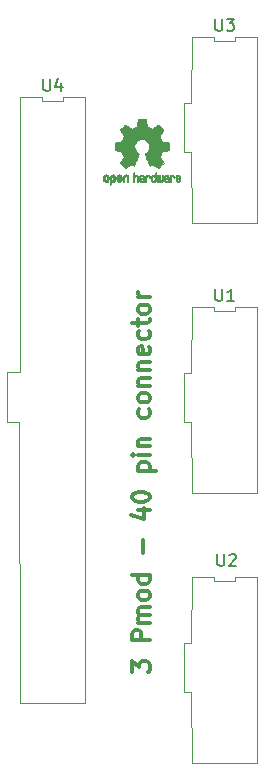
<source format=gbr>
%TF.GenerationSoftware,KiCad,Pcbnew,6.0.4-6f826c9f35~116~ubuntu20.04.1*%
%TF.CreationDate,2022-04-22T17:38:49+02:00*%
%TF.ProjectId,Pmod-Alinx,506d6f64-2d41-46c6-996e-782e6b696361,rev?*%
%TF.SameCoordinates,Original*%
%TF.FileFunction,Legend,Top*%
%TF.FilePolarity,Positive*%
%FSLAX46Y46*%
G04 Gerber Fmt 4.6, Leading zero omitted, Abs format (unit mm)*
G04 Created by KiCad (PCBNEW 6.0.4-6f826c9f35~116~ubuntu20.04.1) date 2022-04-22 17:38:49*
%MOMM*%
%LPD*%
G01*
G04 APERTURE LIST*
%ADD10C,0.300000*%
%ADD11C,0.150000*%
%ADD12C,0.120000*%
%ADD13C,0.010000*%
G04 APERTURE END LIST*
D10*
X122178571Y-109071428D02*
X122178571Y-108142857D01*
X122750000Y-108642857D01*
X122750000Y-108428571D01*
X122821428Y-108285714D01*
X122892857Y-108214285D01*
X123035714Y-108142857D01*
X123392857Y-108142857D01*
X123535714Y-108214285D01*
X123607142Y-108285714D01*
X123678571Y-108428571D01*
X123678571Y-108857142D01*
X123607142Y-109000000D01*
X123535714Y-109071428D01*
X123678571Y-106357142D02*
X122178571Y-106357142D01*
X122178571Y-105785714D01*
X122250000Y-105642857D01*
X122321428Y-105571428D01*
X122464285Y-105500000D01*
X122678571Y-105500000D01*
X122821428Y-105571428D01*
X122892857Y-105642857D01*
X122964285Y-105785714D01*
X122964285Y-106357142D01*
X123678571Y-104857142D02*
X122678571Y-104857142D01*
X122821428Y-104857142D02*
X122750000Y-104785714D01*
X122678571Y-104642857D01*
X122678571Y-104428571D01*
X122750000Y-104285714D01*
X122892857Y-104214285D01*
X123678571Y-104214285D01*
X122892857Y-104214285D02*
X122750000Y-104142857D01*
X122678571Y-104000000D01*
X122678571Y-103785714D01*
X122750000Y-103642857D01*
X122892857Y-103571428D01*
X123678571Y-103571428D01*
X123678571Y-102642857D02*
X123607142Y-102785714D01*
X123535714Y-102857142D01*
X123392857Y-102928571D01*
X122964285Y-102928571D01*
X122821428Y-102857142D01*
X122750000Y-102785714D01*
X122678571Y-102642857D01*
X122678571Y-102428571D01*
X122750000Y-102285714D01*
X122821428Y-102214285D01*
X122964285Y-102142857D01*
X123392857Y-102142857D01*
X123535714Y-102214285D01*
X123607142Y-102285714D01*
X123678571Y-102428571D01*
X123678571Y-102642857D01*
X123678571Y-100857142D02*
X122178571Y-100857142D01*
X123607142Y-100857142D02*
X123678571Y-101000000D01*
X123678571Y-101285714D01*
X123607142Y-101428571D01*
X123535714Y-101500000D01*
X123392857Y-101571428D01*
X122964285Y-101571428D01*
X122821428Y-101500000D01*
X122750000Y-101428571D01*
X122678571Y-101285714D01*
X122678571Y-101000000D01*
X122750000Y-100857142D01*
X123107142Y-99000000D02*
X123107142Y-97857142D01*
X122678571Y-95357142D02*
X123678571Y-95357142D01*
X122107142Y-95714285D02*
X123178571Y-96071428D01*
X123178571Y-95142857D01*
X122178571Y-94285714D02*
X122178571Y-94142857D01*
X122250000Y-94000000D01*
X122321428Y-93928571D01*
X122464285Y-93857142D01*
X122750000Y-93785714D01*
X123107142Y-93785714D01*
X123392857Y-93857142D01*
X123535714Y-93928571D01*
X123607142Y-94000000D01*
X123678571Y-94142857D01*
X123678571Y-94285714D01*
X123607142Y-94428571D01*
X123535714Y-94500000D01*
X123392857Y-94571428D01*
X123107142Y-94642857D01*
X122750000Y-94642857D01*
X122464285Y-94571428D01*
X122321428Y-94500000D01*
X122250000Y-94428571D01*
X122178571Y-94285714D01*
X122678571Y-92000000D02*
X124178571Y-92000000D01*
X122750000Y-92000000D02*
X122678571Y-91857142D01*
X122678571Y-91571428D01*
X122750000Y-91428571D01*
X122821428Y-91357142D01*
X122964285Y-91285714D01*
X123392857Y-91285714D01*
X123535714Y-91357142D01*
X123607142Y-91428571D01*
X123678571Y-91571428D01*
X123678571Y-91857142D01*
X123607142Y-92000000D01*
X123678571Y-90642857D02*
X122678571Y-90642857D01*
X122178571Y-90642857D02*
X122250000Y-90714285D01*
X122321428Y-90642857D01*
X122250000Y-90571428D01*
X122178571Y-90642857D01*
X122321428Y-90642857D01*
X122678571Y-89928571D02*
X123678571Y-89928571D01*
X122821428Y-89928571D02*
X122750000Y-89857142D01*
X122678571Y-89714285D01*
X122678571Y-89500000D01*
X122750000Y-89357142D01*
X122892857Y-89285714D01*
X123678571Y-89285714D01*
X123607142Y-86785714D02*
X123678571Y-86928571D01*
X123678571Y-87214285D01*
X123607142Y-87357142D01*
X123535714Y-87428571D01*
X123392857Y-87500000D01*
X122964285Y-87500000D01*
X122821428Y-87428571D01*
X122750000Y-87357142D01*
X122678571Y-87214285D01*
X122678571Y-86928571D01*
X122750000Y-86785714D01*
X123678571Y-85928571D02*
X123607142Y-86071428D01*
X123535714Y-86142857D01*
X123392857Y-86214285D01*
X122964285Y-86214285D01*
X122821428Y-86142857D01*
X122750000Y-86071428D01*
X122678571Y-85928571D01*
X122678571Y-85714285D01*
X122750000Y-85571428D01*
X122821428Y-85500000D01*
X122964285Y-85428571D01*
X123392857Y-85428571D01*
X123535714Y-85500000D01*
X123607142Y-85571428D01*
X123678571Y-85714285D01*
X123678571Y-85928571D01*
X122678571Y-84785714D02*
X123678571Y-84785714D01*
X122821428Y-84785714D02*
X122750000Y-84714285D01*
X122678571Y-84571428D01*
X122678571Y-84357142D01*
X122750000Y-84214285D01*
X122892857Y-84142857D01*
X123678571Y-84142857D01*
X122678571Y-83428571D02*
X123678571Y-83428571D01*
X122821428Y-83428571D02*
X122750000Y-83357142D01*
X122678571Y-83214285D01*
X122678571Y-83000000D01*
X122750000Y-82857142D01*
X122892857Y-82785714D01*
X123678571Y-82785714D01*
X123607142Y-81500000D02*
X123678571Y-81642857D01*
X123678571Y-81928571D01*
X123607142Y-82071428D01*
X123464285Y-82142857D01*
X122892857Y-82142857D01*
X122750000Y-82071428D01*
X122678571Y-81928571D01*
X122678571Y-81642857D01*
X122750000Y-81500000D01*
X122892857Y-81428571D01*
X123035714Y-81428571D01*
X123178571Y-82142857D01*
X123607142Y-80142857D02*
X123678571Y-80285714D01*
X123678571Y-80571428D01*
X123607142Y-80714285D01*
X123535714Y-80785714D01*
X123392857Y-80857142D01*
X122964285Y-80857142D01*
X122821428Y-80785714D01*
X122750000Y-80714285D01*
X122678571Y-80571428D01*
X122678571Y-80285714D01*
X122750000Y-80142857D01*
X122678571Y-79714285D02*
X122678571Y-79142857D01*
X122178571Y-79500000D02*
X123464285Y-79500000D01*
X123607142Y-79428571D01*
X123678571Y-79285714D01*
X123678571Y-79142857D01*
X123678571Y-78428571D02*
X123607142Y-78571428D01*
X123535714Y-78642857D01*
X123392857Y-78714285D01*
X122964285Y-78714285D01*
X122821428Y-78642857D01*
X122750000Y-78571428D01*
X122678571Y-78428571D01*
X122678571Y-78214285D01*
X122750000Y-78071428D01*
X122821428Y-78000000D01*
X122964285Y-77928571D01*
X123392857Y-77928571D01*
X123535714Y-78000000D01*
X123607142Y-78071428D01*
X123678571Y-78214285D01*
X123678571Y-78428571D01*
X123678571Y-77285714D02*
X122678571Y-77285714D01*
X122964285Y-77285714D02*
X122821428Y-77214285D01*
X122750000Y-77142857D01*
X122678571Y-77000000D01*
X122678571Y-76857142D01*
D11*
%TO.C,U1*%
X129238095Y-76602380D02*
X129238095Y-77411904D01*
X129285714Y-77507142D01*
X129333333Y-77554761D01*
X129428571Y-77602380D01*
X129619047Y-77602380D01*
X129714285Y-77554761D01*
X129761904Y-77507142D01*
X129809523Y-77411904D01*
X129809523Y-76602380D01*
X130809523Y-77602380D02*
X130238095Y-77602380D01*
X130523809Y-77602380D02*
X130523809Y-76602380D01*
X130428571Y-76745238D01*
X130333333Y-76840476D01*
X130238095Y-76888095D01*
%TO.C,U2*%
X129408095Y-99062380D02*
X129408095Y-99871904D01*
X129455714Y-99967142D01*
X129503333Y-100014761D01*
X129598571Y-100062380D01*
X129789047Y-100062380D01*
X129884285Y-100014761D01*
X129931904Y-99967142D01*
X129979523Y-99871904D01*
X129979523Y-99062380D01*
X130408095Y-99157619D02*
X130455714Y-99110000D01*
X130550952Y-99062380D01*
X130789047Y-99062380D01*
X130884285Y-99110000D01*
X130931904Y-99157619D01*
X130979523Y-99252857D01*
X130979523Y-99348095D01*
X130931904Y-99490952D01*
X130360476Y-100062380D01*
X130979523Y-100062380D01*
%TO.C,U4*%
X114678095Y-58822380D02*
X114678095Y-59631904D01*
X114725714Y-59727142D01*
X114773333Y-59774761D01*
X114868571Y-59822380D01*
X115059047Y-59822380D01*
X115154285Y-59774761D01*
X115201904Y-59727142D01*
X115249523Y-59631904D01*
X115249523Y-58822380D01*
X116154285Y-59155714D02*
X116154285Y-59822380D01*
X115916190Y-58774761D02*
X115678095Y-59489047D01*
X116297142Y-59489047D01*
%TO.C,U3*%
X129238095Y-53742380D02*
X129238095Y-54551904D01*
X129285714Y-54647142D01*
X129333333Y-54694761D01*
X129428571Y-54742380D01*
X129619047Y-54742380D01*
X129714285Y-54694761D01*
X129761904Y-54647142D01*
X129809523Y-54551904D01*
X129809523Y-53742380D01*
X130190476Y-53742380D02*
X130809523Y-53742380D01*
X130476190Y-54123333D01*
X130619047Y-54123333D01*
X130714285Y-54170952D01*
X130761904Y-54218571D01*
X130809523Y-54313809D01*
X130809523Y-54551904D01*
X130761904Y-54647142D01*
X130714285Y-54694761D01*
X130619047Y-54742380D01*
X130333333Y-54742380D01*
X130238095Y-54694761D01*
X130190476Y-54647142D01*
D12*
%TO.C,U1*%
X126600000Y-87850000D02*
X127200000Y-87850000D01*
X127200000Y-83700000D02*
X126600000Y-83700000D01*
X129076667Y-78150000D02*
X127230001Y-78150000D01*
X127200000Y-83650000D02*
X127230001Y-78150000D01*
X132770000Y-78150000D02*
X130923333Y-78150000D01*
X130923333Y-78510000D02*
X129076667Y-78510000D01*
X132769999Y-93850000D02*
X132770000Y-78150000D01*
X127200000Y-87850000D02*
X127230000Y-93850000D01*
X129076667Y-78510000D02*
X129076667Y-78150000D01*
X126600000Y-83700000D02*
X126600000Y-87850000D01*
X130923333Y-78150000D02*
X130923333Y-78510000D01*
X127230000Y-93850000D02*
X132769999Y-93850000D01*
%TO.C,U2*%
X126600000Y-110710000D02*
X127200000Y-110710000D01*
X127200000Y-106560000D02*
X126600000Y-106560000D01*
X132769999Y-116710000D02*
X132770000Y-101010000D01*
X130923333Y-101010000D02*
X130923333Y-101370000D01*
X127200000Y-106510000D02*
X127230001Y-101010000D01*
X132770000Y-101010000D02*
X130923333Y-101010000D01*
X129076667Y-101370000D02*
X129076667Y-101010000D01*
X127230000Y-116710000D02*
X132769999Y-116710000D01*
X127200000Y-110710000D02*
X127230000Y-116710000D01*
X129076667Y-101010000D02*
X127230001Y-101010000D01*
X130923333Y-101370000D02*
X129076667Y-101370000D01*
X126600000Y-106560000D02*
X126600000Y-110710000D01*
%TO.C,U4*%
X111590000Y-87850000D02*
X112640000Y-87850000D01*
X118210000Y-60370000D02*
X116363333Y-60370000D01*
X112640000Y-87850000D02*
X112670000Y-111630000D01*
X114516667Y-60370000D02*
X112670001Y-60370000D01*
X114516667Y-60730000D02*
X114516667Y-60370000D01*
X118209999Y-111630000D02*
X118210000Y-60370000D01*
X111590000Y-83650000D02*
X111590000Y-87850000D01*
X112690000Y-83650000D02*
X111590000Y-83650000D01*
X116363333Y-60730000D02*
X114516667Y-60730000D01*
X112670000Y-111630000D02*
X118209999Y-111630000D01*
X112670001Y-60370000D02*
X112690000Y-83650000D01*
X116363333Y-60370000D02*
X116363333Y-60730000D01*
%TO.C,U3*%
X129076667Y-55290000D02*
X127230001Y-55290000D01*
X132770000Y-55290000D02*
X130923333Y-55290000D01*
X127200000Y-60840000D02*
X126600000Y-60840000D01*
X132769999Y-70990000D02*
X132770000Y-55290000D01*
X127200000Y-60790000D02*
X127230001Y-55290000D01*
X126600000Y-64990000D02*
X127200000Y-64990000D01*
X127230000Y-70990000D02*
X132769999Y-70990000D01*
X126600000Y-60840000D02*
X126600000Y-64990000D01*
X130923333Y-55650000D02*
X129076667Y-55650000D01*
X130923333Y-55290000D02*
X130923333Y-55650000D01*
X129076667Y-55650000D02*
X129076667Y-55290000D01*
X127200000Y-64990000D02*
X127230000Y-70990000D01*
%TO.C,REF\u002A\u002A*%
G36*
X125868196Y-67095384D02*
G01*
X125881884Y-67046695D01*
X125904096Y-67010849D01*
X125936574Y-66982513D01*
X125950733Y-66973355D01*
X126015053Y-66949507D01*
X126085473Y-66948006D01*
X126153595Y-66966966D01*
X126211021Y-67004497D01*
X126238719Y-67038096D01*
X126260662Y-67099064D01*
X126262405Y-67147308D01*
X126258457Y-67211816D01*
X126109686Y-67276934D01*
X126037349Y-67310202D01*
X125990084Y-67336964D01*
X125965507Y-67360144D01*
X125961237Y-67382667D01*
X125974889Y-67407455D01*
X125989943Y-67423886D01*
X126033746Y-67450235D01*
X126081389Y-67452081D01*
X126125145Y-67431546D01*
X126157289Y-67390752D01*
X126163038Y-67376347D01*
X126190576Y-67331356D01*
X126222258Y-67312182D01*
X126265714Y-67295779D01*
X126265714Y-67357966D01*
X126261872Y-67400283D01*
X126246823Y-67435969D01*
X126215280Y-67476943D01*
X126210592Y-67482267D01*
X126175506Y-67518720D01*
X126145347Y-67538283D01*
X126107615Y-67547283D01*
X126076335Y-67550230D01*
X126020385Y-67550965D01*
X125980555Y-67541660D01*
X125955708Y-67527846D01*
X125916656Y-67497467D01*
X125889625Y-67464613D01*
X125872517Y-67423294D01*
X125863238Y-67367521D01*
X125859693Y-67291305D01*
X125859410Y-67252622D01*
X125860372Y-67206247D01*
X125948007Y-67206247D01*
X125949023Y-67231126D01*
X125951556Y-67235200D01*
X125968274Y-67229665D01*
X126004249Y-67215017D01*
X126052331Y-67194190D01*
X126062386Y-67189714D01*
X126123152Y-67158814D01*
X126156632Y-67131657D01*
X126163990Y-67106220D01*
X126146391Y-67080481D01*
X126131856Y-67069109D01*
X126079410Y-67046364D01*
X126030322Y-67050122D01*
X125989227Y-67077884D01*
X125960758Y-67127152D01*
X125951631Y-67166257D01*
X125948007Y-67206247D01*
X125860372Y-67206247D01*
X125861285Y-67162249D01*
X125868196Y-67095384D01*
G37*
D13*
X125868196Y-67095384D02*
X125881884Y-67046695D01*
X125904096Y-67010849D01*
X125936574Y-66982513D01*
X125950733Y-66973355D01*
X126015053Y-66949507D01*
X126085473Y-66948006D01*
X126153595Y-66966966D01*
X126211021Y-67004497D01*
X126238719Y-67038096D01*
X126260662Y-67099064D01*
X126262405Y-67147308D01*
X126258457Y-67211816D01*
X126109686Y-67276934D01*
X126037349Y-67310202D01*
X125990084Y-67336964D01*
X125965507Y-67360144D01*
X125961237Y-67382667D01*
X125974889Y-67407455D01*
X125989943Y-67423886D01*
X126033746Y-67450235D01*
X126081389Y-67452081D01*
X126125145Y-67431546D01*
X126157289Y-67390752D01*
X126163038Y-67376347D01*
X126190576Y-67331356D01*
X126222258Y-67312182D01*
X126265714Y-67295779D01*
X126265714Y-67357966D01*
X126261872Y-67400283D01*
X126246823Y-67435969D01*
X126215280Y-67476943D01*
X126210592Y-67482267D01*
X126175506Y-67518720D01*
X126145347Y-67538283D01*
X126107615Y-67547283D01*
X126076335Y-67550230D01*
X126020385Y-67550965D01*
X125980555Y-67541660D01*
X125955708Y-67527846D01*
X125916656Y-67497467D01*
X125889625Y-67464613D01*
X125872517Y-67423294D01*
X125863238Y-67367521D01*
X125859693Y-67291305D01*
X125859410Y-67252622D01*
X125860372Y-67206247D01*
X125948007Y-67206247D01*
X125949023Y-67231126D01*
X125951556Y-67235200D01*
X125968274Y-67229665D01*
X126004249Y-67215017D01*
X126052331Y-67194190D01*
X126062386Y-67189714D01*
X126123152Y-67158814D01*
X126156632Y-67131657D01*
X126163990Y-67106220D01*
X126146391Y-67080481D01*
X126131856Y-67069109D01*
X126079410Y-67046364D01*
X126030322Y-67050122D01*
X125989227Y-67077884D01*
X125960758Y-67127152D01*
X125951631Y-67166257D01*
X125948007Y-67206247D01*
X125860372Y-67206247D01*
X125861285Y-67162249D01*
X125868196Y-67095384D01*
G36*
X122375886Y-66851289D02*
G01*
X122380139Y-66910613D01*
X122385025Y-66945572D01*
X122391795Y-66960820D01*
X122401702Y-66961015D01*
X122404914Y-66959195D01*
X122447644Y-66946015D01*
X122503227Y-66946785D01*
X122559737Y-66960333D01*
X122595082Y-66977861D01*
X122631321Y-67005861D01*
X122657813Y-67037549D01*
X122675999Y-67077813D01*
X122687322Y-67131543D01*
X122693222Y-67203626D01*
X122695143Y-67298951D01*
X122695177Y-67317237D01*
X122695200Y-67522646D01*
X122649491Y-67538580D01*
X122617027Y-67549420D01*
X122599215Y-67554468D01*
X122598691Y-67554514D01*
X122596937Y-67540828D01*
X122595444Y-67503076D01*
X122594326Y-67446224D01*
X122593697Y-67375234D01*
X122593600Y-67332073D01*
X122593398Y-67246973D01*
X122592358Y-67185981D01*
X122589831Y-67144177D01*
X122585164Y-67116642D01*
X122577707Y-67098456D01*
X122566811Y-67084698D01*
X122560007Y-67078073D01*
X122513272Y-67051375D01*
X122462272Y-67049375D01*
X122416001Y-67071955D01*
X122407444Y-67080107D01*
X122394893Y-67095436D01*
X122386188Y-67113618D01*
X122380631Y-67139909D01*
X122377526Y-67179562D01*
X122376176Y-67237832D01*
X122375886Y-67318173D01*
X122375886Y-67522646D01*
X122330177Y-67538580D01*
X122297713Y-67549420D01*
X122279901Y-67554468D01*
X122279377Y-67554514D01*
X122278037Y-67540623D01*
X122276828Y-67501439D01*
X122275801Y-67440700D01*
X122275002Y-67362141D01*
X122274481Y-67269498D01*
X122274286Y-67166509D01*
X122274286Y-66769342D01*
X122321457Y-66749444D01*
X122368629Y-66729547D01*
X122375886Y-66851289D01*
G37*
X122375886Y-66851289D02*
X122380139Y-66910613D01*
X122385025Y-66945572D01*
X122391795Y-66960820D01*
X122401702Y-66961015D01*
X122404914Y-66959195D01*
X122447644Y-66946015D01*
X122503227Y-66946785D01*
X122559737Y-66960333D01*
X122595082Y-66977861D01*
X122631321Y-67005861D01*
X122657813Y-67037549D01*
X122675999Y-67077813D01*
X122687322Y-67131543D01*
X122693222Y-67203626D01*
X122695143Y-67298951D01*
X122695177Y-67317237D01*
X122695200Y-67522646D01*
X122649491Y-67538580D01*
X122617027Y-67549420D01*
X122599215Y-67554468D01*
X122598691Y-67554514D01*
X122596937Y-67540828D01*
X122595444Y-67503076D01*
X122594326Y-67446224D01*
X122593697Y-67375234D01*
X122593600Y-67332073D01*
X122593398Y-67246973D01*
X122592358Y-67185981D01*
X122589831Y-67144177D01*
X122585164Y-67116642D01*
X122577707Y-67098456D01*
X122566811Y-67084698D01*
X122560007Y-67078073D01*
X122513272Y-67051375D01*
X122462272Y-67049375D01*
X122416001Y-67071955D01*
X122407444Y-67080107D01*
X122394893Y-67095436D01*
X122386188Y-67113618D01*
X122380631Y-67139909D01*
X122377526Y-67179562D01*
X122376176Y-67237832D01*
X122375886Y-67318173D01*
X122375886Y-67522646D01*
X122330177Y-67538580D01*
X122297713Y-67549420D01*
X122279901Y-67554468D01*
X122279377Y-67554514D01*
X122278037Y-67540623D01*
X122276828Y-67501439D01*
X122275801Y-67440700D01*
X122275002Y-67362141D01*
X122274481Y-67269498D01*
X122274286Y-67166509D01*
X122274286Y-66769342D01*
X122321457Y-66749444D01*
X122368629Y-66729547D01*
X122375886Y-66851289D01*
G36*
X120871550Y-67036212D02*
G01*
X120905456Y-66987302D01*
X120966653Y-66937878D01*
X121034063Y-66913359D01*
X121102880Y-66911797D01*
X121168303Y-66931239D01*
X121225527Y-66969735D01*
X121269749Y-67025335D01*
X121296167Y-67096086D01*
X121301510Y-67148162D01*
X121300903Y-67169893D01*
X121295822Y-67186531D01*
X121281855Y-67201437D01*
X121254589Y-67217973D01*
X121209612Y-67239498D01*
X121142511Y-67269374D01*
X121142171Y-67269524D01*
X121080407Y-67297813D01*
X121029759Y-67322933D01*
X120995404Y-67342179D01*
X120982518Y-67352848D01*
X120982514Y-67352934D01*
X120993872Y-67376166D01*
X121020431Y-67401774D01*
X121050923Y-67420221D01*
X121066370Y-67423886D01*
X121108515Y-67411212D01*
X121144808Y-67379471D01*
X121162517Y-67344572D01*
X121179552Y-67318845D01*
X121212922Y-67289546D01*
X121252149Y-67264235D01*
X121286756Y-67250471D01*
X121293993Y-67249714D01*
X121302139Y-67262160D01*
X121302630Y-67293972D01*
X121296643Y-67336866D01*
X121285357Y-67382558D01*
X121269950Y-67422761D01*
X121269171Y-67424322D01*
X121222804Y-67489062D01*
X121162711Y-67533097D01*
X121094465Y-67554711D01*
X121023638Y-67552185D01*
X120955804Y-67523804D01*
X120952788Y-67521808D01*
X120899427Y-67473448D01*
X120864340Y-67410352D01*
X120844922Y-67327387D01*
X120842316Y-67304078D01*
X120837701Y-67194055D01*
X120843233Y-67142748D01*
X120982514Y-67142748D01*
X120984324Y-67174753D01*
X120994222Y-67184093D01*
X121018898Y-67177105D01*
X121057795Y-67160587D01*
X121101275Y-67139881D01*
X121102356Y-67139333D01*
X121139209Y-67119949D01*
X121154000Y-67107013D01*
X121150353Y-67093451D01*
X121134995Y-67075632D01*
X121095923Y-67049845D01*
X121053846Y-67047950D01*
X121016103Y-67066717D01*
X120990034Y-67102915D01*
X120982514Y-67142748D01*
X120843233Y-67142748D01*
X120847194Y-67106027D01*
X120871550Y-67036212D01*
G37*
X120871550Y-67036212D02*
X120905456Y-66987302D01*
X120966653Y-66937878D01*
X121034063Y-66913359D01*
X121102880Y-66911797D01*
X121168303Y-66931239D01*
X121225527Y-66969735D01*
X121269749Y-67025335D01*
X121296167Y-67096086D01*
X121301510Y-67148162D01*
X121300903Y-67169893D01*
X121295822Y-67186531D01*
X121281855Y-67201437D01*
X121254589Y-67217973D01*
X121209612Y-67239498D01*
X121142511Y-67269374D01*
X121142171Y-67269524D01*
X121080407Y-67297813D01*
X121029759Y-67322933D01*
X120995404Y-67342179D01*
X120982518Y-67352848D01*
X120982514Y-67352934D01*
X120993872Y-67376166D01*
X121020431Y-67401774D01*
X121050923Y-67420221D01*
X121066370Y-67423886D01*
X121108515Y-67411212D01*
X121144808Y-67379471D01*
X121162517Y-67344572D01*
X121179552Y-67318845D01*
X121212922Y-67289546D01*
X121252149Y-67264235D01*
X121286756Y-67250471D01*
X121293993Y-67249714D01*
X121302139Y-67262160D01*
X121302630Y-67293972D01*
X121296643Y-67336866D01*
X121285357Y-67382558D01*
X121269950Y-67422761D01*
X121269171Y-67424322D01*
X121222804Y-67489062D01*
X121162711Y-67533097D01*
X121094465Y-67554711D01*
X121023638Y-67552185D01*
X120955804Y-67523804D01*
X120952788Y-67521808D01*
X120899427Y-67473448D01*
X120864340Y-67410352D01*
X120844922Y-67327387D01*
X120842316Y-67304078D01*
X120837701Y-67194055D01*
X120843233Y-67142748D01*
X120982514Y-67142748D01*
X120984324Y-67174753D01*
X120994222Y-67184093D01*
X121018898Y-67177105D01*
X121057795Y-67160587D01*
X121101275Y-67139881D01*
X121102356Y-67139333D01*
X121139209Y-67119949D01*
X121154000Y-67107013D01*
X121150353Y-67093451D01*
X121134995Y-67075632D01*
X121095923Y-67049845D01*
X121053846Y-67047950D01*
X121016103Y-67066717D01*
X120990034Y-67102915D01*
X120982514Y-67142748D01*
X120843233Y-67142748D01*
X120847194Y-67106027D01*
X120871550Y-67036212D01*
G36*
X121716093Y-66927780D02*
G01*
X121762672Y-66954723D01*
X121795057Y-66981466D01*
X121818742Y-67009484D01*
X121835059Y-67043748D01*
X121845339Y-67089227D01*
X121850914Y-67150892D01*
X121853116Y-67233711D01*
X121853371Y-67293246D01*
X121853371Y-67512391D01*
X121791686Y-67540044D01*
X121730000Y-67567697D01*
X121722743Y-67327670D01*
X121719744Y-67238028D01*
X121716598Y-67172962D01*
X121712701Y-67128026D01*
X121707447Y-67098770D01*
X121700231Y-67080748D01*
X121690450Y-67069511D01*
X121687312Y-67067079D01*
X121639761Y-67048083D01*
X121591697Y-67055600D01*
X121563086Y-67075543D01*
X121551447Y-67089675D01*
X121543391Y-67108220D01*
X121538271Y-67136334D01*
X121535441Y-67179173D01*
X121534256Y-67241895D01*
X121534057Y-67307261D01*
X121534018Y-67389268D01*
X121532614Y-67447316D01*
X121527914Y-67486465D01*
X121517987Y-67511780D01*
X121500903Y-67528323D01*
X121474732Y-67541156D01*
X121439775Y-67554491D01*
X121401596Y-67569007D01*
X121406141Y-67311389D01*
X121407971Y-67218519D01*
X121410112Y-67149889D01*
X121413181Y-67100711D01*
X121417794Y-67066198D01*
X121424568Y-67041562D01*
X121434119Y-67022016D01*
X121445634Y-67004770D01*
X121501190Y-66949680D01*
X121568980Y-66917822D01*
X121642713Y-66910191D01*
X121716093Y-66927780D01*
G37*
X121716093Y-66927780D02*
X121762672Y-66954723D01*
X121795057Y-66981466D01*
X121818742Y-67009484D01*
X121835059Y-67043748D01*
X121845339Y-67089227D01*
X121850914Y-67150892D01*
X121853116Y-67233711D01*
X121853371Y-67293246D01*
X121853371Y-67512391D01*
X121791686Y-67540044D01*
X121730000Y-67567697D01*
X121722743Y-67327670D01*
X121719744Y-67238028D01*
X121716598Y-67172962D01*
X121712701Y-67128026D01*
X121707447Y-67098770D01*
X121700231Y-67080748D01*
X121690450Y-67069511D01*
X121687312Y-67067079D01*
X121639761Y-67048083D01*
X121591697Y-67055600D01*
X121563086Y-67075543D01*
X121551447Y-67089675D01*
X121543391Y-67108220D01*
X121538271Y-67136334D01*
X121535441Y-67179173D01*
X121534256Y-67241895D01*
X121534057Y-67307261D01*
X121534018Y-67389268D01*
X121532614Y-67447316D01*
X121527914Y-67486465D01*
X121517987Y-67511780D01*
X121500903Y-67528323D01*
X121474732Y-67541156D01*
X121439775Y-67554491D01*
X121401596Y-67569007D01*
X121406141Y-67311389D01*
X121407971Y-67218519D01*
X121410112Y-67149889D01*
X121413181Y-67100711D01*
X121417794Y-67066198D01*
X121424568Y-67041562D01*
X121434119Y-67022016D01*
X121445634Y-67004770D01*
X121501190Y-66949680D01*
X121568980Y-66917822D01*
X121642713Y-66910191D01*
X121716093Y-66927780D01*
G36*
X119737096Y-67108159D02*
G01*
X119742068Y-67071949D01*
X119750713Y-67045299D01*
X119764005Y-67021722D01*
X119766943Y-67017338D01*
X119816313Y-66958249D01*
X119870109Y-66923947D01*
X119935602Y-66910331D01*
X119957842Y-66909665D01*
X120041115Y-66921962D01*
X120109145Y-66957733D01*
X120159351Y-67015301D01*
X120177185Y-67052312D01*
X120191063Y-67107882D01*
X120198167Y-67178096D01*
X120198840Y-67254727D01*
X120193427Y-67329552D01*
X120182270Y-67394342D01*
X120165714Y-67440873D01*
X120160626Y-67448887D01*
X120100355Y-67508707D01*
X120028769Y-67544535D01*
X119951092Y-67555020D01*
X119872548Y-67538810D01*
X119850689Y-67529092D01*
X119808122Y-67499143D01*
X119770763Y-67459433D01*
X119767232Y-67454397D01*
X119752881Y-67430124D01*
X119743394Y-67404178D01*
X119737790Y-67370022D01*
X119735086Y-67321119D01*
X119734299Y-67250935D01*
X119734286Y-67235200D01*
X119734322Y-67230192D01*
X119879429Y-67230192D01*
X119880273Y-67296430D01*
X119883596Y-67340386D01*
X119890583Y-67368779D01*
X119902416Y-67388325D01*
X119908457Y-67394857D01*
X119943186Y-67419680D01*
X119976903Y-67418548D01*
X120010995Y-67397016D01*
X120031329Y-67374029D01*
X120043371Y-67340478D01*
X120050134Y-67287569D01*
X120050598Y-67281399D01*
X120051752Y-67185513D01*
X120039688Y-67114299D01*
X120014570Y-67068194D01*
X119976560Y-67047635D01*
X119962992Y-67046514D01*
X119927364Y-67052152D01*
X119902994Y-67071686D01*
X119888093Y-67109042D01*
X119880875Y-67168150D01*
X119879429Y-67230192D01*
X119734322Y-67230192D01*
X119734826Y-67160413D01*
X119737096Y-67108159D01*
G37*
X119737096Y-67108159D02*
X119742068Y-67071949D01*
X119750713Y-67045299D01*
X119764005Y-67021722D01*
X119766943Y-67017338D01*
X119816313Y-66958249D01*
X119870109Y-66923947D01*
X119935602Y-66910331D01*
X119957842Y-66909665D01*
X120041115Y-66921962D01*
X120109145Y-66957733D01*
X120159351Y-67015301D01*
X120177185Y-67052312D01*
X120191063Y-67107882D01*
X120198167Y-67178096D01*
X120198840Y-67254727D01*
X120193427Y-67329552D01*
X120182270Y-67394342D01*
X120165714Y-67440873D01*
X120160626Y-67448887D01*
X120100355Y-67508707D01*
X120028769Y-67544535D01*
X119951092Y-67555020D01*
X119872548Y-67538810D01*
X119850689Y-67529092D01*
X119808122Y-67499143D01*
X119770763Y-67459433D01*
X119767232Y-67454397D01*
X119752881Y-67430124D01*
X119743394Y-67404178D01*
X119737790Y-67370022D01*
X119735086Y-67321119D01*
X119734299Y-67250935D01*
X119734286Y-67235200D01*
X119734322Y-67230192D01*
X119879429Y-67230192D01*
X119880273Y-67296430D01*
X119883596Y-67340386D01*
X119890583Y-67368779D01*
X119902416Y-67388325D01*
X119908457Y-67394857D01*
X119943186Y-67419680D01*
X119976903Y-67418548D01*
X120010995Y-67397016D01*
X120031329Y-67374029D01*
X120043371Y-67340478D01*
X120050134Y-67287569D01*
X120050598Y-67281399D01*
X120051752Y-67185513D01*
X120039688Y-67114299D01*
X120014570Y-67068194D01*
X119976560Y-67047635D01*
X119962992Y-67046514D01*
X119927364Y-67052152D01*
X119902994Y-67071686D01*
X119888093Y-67109042D01*
X119880875Y-67168150D01*
X119879429Y-67230192D01*
X119734322Y-67230192D01*
X119734826Y-67160413D01*
X119737096Y-67108159D01*
G36*
X124779833Y-66958663D02*
G01*
X124782048Y-66996850D01*
X124783784Y-67054886D01*
X124784899Y-67128180D01*
X124785257Y-67205055D01*
X124785257Y-67465196D01*
X124739326Y-67511127D01*
X124707675Y-67539429D01*
X124679890Y-67550893D01*
X124641915Y-67550168D01*
X124626840Y-67548321D01*
X124579726Y-67542948D01*
X124540756Y-67539869D01*
X124531257Y-67539585D01*
X124499233Y-67541445D01*
X124453432Y-67546114D01*
X124435674Y-67548321D01*
X124392057Y-67551735D01*
X124362745Y-67544320D01*
X124333680Y-67521427D01*
X124323188Y-67511127D01*
X124277257Y-67465196D01*
X124277257Y-66978602D01*
X124314226Y-66961758D01*
X124346059Y-66949282D01*
X124364683Y-66944914D01*
X124369458Y-66958718D01*
X124373921Y-66997286D01*
X124377775Y-67056356D01*
X124380722Y-67131663D01*
X124382143Y-67195286D01*
X124386114Y-67445657D01*
X124420759Y-67450556D01*
X124452268Y-67447131D01*
X124467708Y-67436041D01*
X124472023Y-67415308D01*
X124475708Y-67371145D01*
X124478469Y-67309146D01*
X124480012Y-67234909D01*
X124480235Y-67196706D01*
X124480457Y-66976783D01*
X124526166Y-66960849D01*
X124558518Y-66950015D01*
X124576115Y-66944962D01*
X124576623Y-66944914D01*
X124578388Y-66958648D01*
X124580329Y-66996730D01*
X124582282Y-67054482D01*
X124584084Y-67127227D01*
X124585343Y-67195286D01*
X124589314Y-67445657D01*
X124676400Y-67445657D01*
X124680396Y-67217240D01*
X124684392Y-66988822D01*
X124726847Y-66966868D01*
X124758192Y-66951793D01*
X124776744Y-66944951D01*
X124777279Y-66944914D01*
X124779833Y-66958663D01*
G37*
X124779833Y-66958663D02*
X124782048Y-66996850D01*
X124783784Y-67054886D01*
X124784899Y-67128180D01*
X124785257Y-67205055D01*
X124785257Y-67465196D01*
X124739326Y-67511127D01*
X124707675Y-67539429D01*
X124679890Y-67550893D01*
X124641915Y-67550168D01*
X124626840Y-67548321D01*
X124579726Y-67542948D01*
X124540756Y-67539869D01*
X124531257Y-67539585D01*
X124499233Y-67541445D01*
X124453432Y-67546114D01*
X124435674Y-67548321D01*
X124392057Y-67551735D01*
X124362745Y-67544320D01*
X124333680Y-67521427D01*
X124323188Y-67511127D01*
X124277257Y-67465196D01*
X124277257Y-66978602D01*
X124314226Y-66961758D01*
X124346059Y-66949282D01*
X124364683Y-66944914D01*
X124369458Y-66958718D01*
X124373921Y-66997286D01*
X124377775Y-67056356D01*
X124380722Y-67131663D01*
X124382143Y-67195286D01*
X124386114Y-67445657D01*
X124420759Y-67450556D01*
X124452268Y-67447131D01*
X124467708Y-67436041D01*
X124472023Y-67415308D01*
X124475708Y-67371145D01*
X124478469Y-67309146D01*
X124480012Y-67234909D01*
X124480235Y-67196706D01*
X124480457Y-66976783D01*
X124526166Y-66960849D01*
X124558518Y-66950015D01*
X124576115Y-66944962D01*
X124576623Y-66944914D01*
X124578388Y-66958648D01*
X124580329Y-66996730D01*
X124582282Y-67054482D01*
X124584084Y-67127227D01*
X124585343Y-67195286D01*
X124589314Y-67445657D01*
X124676400Y-67445657D01*
X124680396Y-67217240D01*
X124684392Y-66988822D01*
X124726847Y-66966868D01*
X124758192Y-66951793D01*
X124776744Y-66944951D01*
X124777279Y-66944914D01*
X124779833Y-66958663D01*
G36*
X120293677Y-67150333D02*
G01*
X120296450Y-67102958D01*
X120300388Y-67069290D01*
X120305849Y-67045498D01*
X120313192Y-67027753D01*
X120322777Y-67012224D01*
X120326887Y-67006381D01*
X120381405Y-66951185D01*
X120450336Y-66919890D01*
X120530072Y-66911165D01*
X120599744Y-66919918D01*
X120655201Y-66947568D01*
X120704148Y-66998480D01*
X120717629Y-67017338D01*
X120732314Y-67042015D01*
X120741842Y-67068816D01*
X120747293Y-67104587D01*
X120749747Y-67156169D01*
X120750286Y-67224267D01*
X120747852Y-67317588D01*
X120739394Y-67387657D01*
X120723174Y-67439931D01*
X120697454Y-67479869D01*
X120660497Y-67512929D01*
X120657782Y-67514886D01*
X120621360Y-67534908D01*
X120577502Y-67544815D01*
X120521724Y-67547257D01*
X120431048Y-67547257D01*
X120431010Y-67635283D01*
X120430166Y-67684308D01*
X120425024Y-67713065D01*
X120411587Y-67730311D01*
X120385858Y-67744808D01*
X120379679Y-67747769D01*
X120350764Y-67761648D01*
X120328376Y-67770414D01*
X120311729Y-67771171D01*
X120300036Y-67761023D01*
X120292510Y-67737073D01*
X120288366Y-67696426D01*
X120286815Y-67636186D01*
X120287071Y-67553455D01*
X120288349Y-67445339D01*
X120288748Y-67413000D01*
X120290185Y-67301524D01*
X120291472Y-67228603D01*
X120430971Y-67228603D01*
X120431755Y-67290499D01*
X120435240Y-67330997D01*
X120443124Y-67357708D01*
X120457105Y-67378244D01*
X120466597Y-67388260D01*
X120505404Y-67417567D01*
X120539763Y-67419952D01*
X120575216Y-67395750D01*
X120576114Y-67394857D01*
X120590539Y-67376153D01*
X120599313Y-67350732D01*
X120603739Y-67311584D01*
X120605118Y-67251697D01*
X120605143Y-67238430D01*
X120601812Y-67155901D01*
X120590969Y-67098691D01*
X120571340Y-67063766D01*
X120541650Y-67048094D01*
X120524491Y-67046514D01*
X120483766Y-67053926D01*
X120455832Y-67078330D01*
X120439017Y-67122980D01*
X120431650Y-67191130D01*
X120430971Y-67228603D01*
X120291472Y-67228603D01*
X120291708Y-67215245D01*
X120293677Y-67150333D01*
G37*
X120293677Y-67150333D02*
X120296450Y-67102958D01*
X120300388Y-67069290D01*
X120305849Y-67045498D01*
X120313192Y-67027753D01*
X120322777Y-67012224D01*
X120326887Y-67006381D01*
X120381405Y-66951185D01*
X120450336Y-66919890D01*
X120530072Y-66911165D01*
X120599744Y-66919918D01*
X120655201Y-66947568D01*
X120704148Y-66998480D01*
X120717629Y-67017338D01*
X120732314Y-67042015D01*
X120741842Y-67068816D01*
X120747293Y-67104587D01*
X120749747Y-67156169D01*
X120750286Y-67224267D01*
X120747852Y-67317588D01*
X120739394Y-67387657D01*
X120723174Y-67439931D01*
X120697454Y-67479869D01*
X120660497Y-67512929D01*
X120657782Y-67514886D01*
X120621360Y-67534908D01*
X120577502Y-67544815D01*
X120521724Y-67547257D01*
X120431048Y-67547257D01*
X120431010Y-67635283D01*
X120430166Y-67684308D01*
X120425024Y-67713065D01*
X120411587Y-67730311D01*
X120385858Y-67744808D01*
X120379679Y-67747769D01*
X120350764Y-67761648D01*
X120328376Y-67770414D01*
X120311729Y-67771171D01*
X120300036Y-67761023D01*
X120292510Y-67737073D01*
X120288366Y-67696426D01*
X120286815Y-67636186D01*
X120287071Y-67553455D01*
X120288349Y-67445339D01*
X120288748Y-67413000D01*
X120290185Y-67301524D01*
X120291472Y-67228603D01*
X120430971Y-67228603D01*
X120431755Y-67290499D01*
X120435240Y-67330997D01*
X120443124Y-67357708D01*
X120457105Y-67378244D01*
X120466597Y-67388260D01*
X120505404Y-67417567D01*
X120539763Y-67419952D01*
X120575216Y-67395750D01*
X120576114Y-67394857D01*
X120590539Y-67376153D01*
X120599313Y-67350732D01*
X120603739Y-67311584D01*
X120605118Y-67251697D01*
X120605143Y-67238430D01*
X120601812Y-67155901D01*
X120590969Y-67098691D01*
X120571340Y-67063766D01*
X120541650Y-67048094D01*
X120524491Y-67046514D01*
X120483766Y-67053926D01*
X120455832Y-67078330D01*
X120439017Y-67122980D01*
X120431650Y-67191130D01*
X120430971Y-67228603D01*
X120291472Y-67228603D01*
X120291708Y-67215245D01*
X120293677Y-67150333D01*
G36*
X123784726Y-67090086D02*
G01*
X123807135Y-67038600D01*
X123842124Y-66998443D01*
X123869375Y-66977861D01*
X123918907Y-66955625D01*
X123976316Y-66945304D01*
X124029682Y-66948067D01*
X124059543Y-66959212D01*
X124071261Y-66962383D01*
X124079037Y-66950557D01*
X124084465Y-66918866D01*
X124088571Y-66870593D01*
X124093067Y-66816829D01*
X124099313Y-66784482D01*
X124110676Y-66765985D01*
X124130528Y-66753770D01*
X124143000Y-66748362D01*
X124190171Y-66728601D01*
X124190117Y-67065358D01*
X124189933Y-67173837D01*
X124189219Y-67257287D01*
X124187675Y-67319704D01*
X124185001Y-67365085D01*
X124180894Y-67397429D01*
X124175055Y-67420733D01*
X124167182Y-67438995D01*
X124161221Y-67449418D01*
X124111855Y-67505945D01*
X124049264Y-67541377D01*
X123980013Y-67554090D01*
X123910668Y-67542463D01*
X123869375Y-67521568D01*
X123826025Y-67485422D01*
X123796481Y-67441276D01*
X123778655Y-67383462D01*
X123770463Y-67306313D01*
X123769302Y-67249714D01*
X123769458Y-67245647D01*
X123870857Y-67245647D01*
X123871476Y-67310550D01*
X123874314Y-67353514D01*
X123880840Y-67381622D01*
X123892523Y-67401953D01*
X123906483Y-67417288D01*
X123953365Y-67446890D01*
X124003701Y-67449419D01*
X124051276Y-67424705D01*
X124054979Y-67421356D01*
X124070783Y-67403935D01*
X124080693Y-67383209D01*
X124086058Y-67352362D01*
X124088228Y-67304577D01*
X124088571Y-67251748D01*
X124087827Y-67185381D01*
X124084748Y-67141106D01*
X124078061Y-67112009D01*
X124066496Y-67091173D01*
X124057013Y-67080107D01*
X124012960Y-67052198D01*
X123962224Y-67048843D01*
X123913796Y-67070159D01*
X123904450Y-67078073D01*
X123888540Y-67095647D01*
X123878610Y-67116587D01*
X123873278Y-67147782D01*
X123871163Y-67196122D01*
X123870857Y-67245647D01*
X123769458Y-67245647D01*
X123772810Y-67158568D01*
X123784726Y-67090086D01*
G37*
X123784726Y-67090086D02*
X123807135Y-67038600D01*
X123842124Y-66998443D01*
X123869375Y-66977861D01*
X123918907Y-66955625D01*
X123976316Y-66945304D01*
X124029682Y-66948067D01*
X124059543Y-66959212D01*
X124071261Y-66962383D01*
X124079037Y-66950557D01*
X124084465Y-66918866D01*
X124088571Y-66870593D01*
X124093067Y-66816829D01*
X124099313Y-66784482D01*
X124110676Y-66765985D01*
X124130528Y-66753770D01*
X124143000Y-66748362D01*
X124190171Y-66728601D01*
X124190117Y-67065358D01*
X124189933Y-67173837D01*
X124189219Y-67257287D01*
X124187675Y-67319704D01*
X124185001Y-67365085D01*
X124180894Y-67397429D01*
X124175055Y-67420733D01*
X124167182Y-67438995D01*
X124161221Y-67449418D01*
X124111855Y-67505945D01*
X124049264Y-67541377D01*
X123980013Y-67554090D01*
X123910668Y-67542463D01*
X123869375Y-67521568D01*
X123826025Y-67485422D01*
X123796481Y-67441276D01*
X123778655Y-67383462D01*
X123770463Y-67306313D01*
X123769302Y-67249714D01*
X123769458Y-67245647D01*
X123870857Y-67245647D01*
X123871476Y-67310550D01*
X123874314Y-67353514D01*
X123880840Y-67381622D01*
X123892523Y-67401953D01*
X123906483Y-67417288D01*
X123953365Y-67446890D01*
X124003701Y-67449419D01*
X124051276Y-67424705D01*
X124054979Y-67421356D01*
X124070783Y-67403935D01*
X124080693Y-67383209D01*
X124086058Y-67352362D01*
X124088228Y-67304577D01*
X124088571Y-67251748D01*
X124087827Y-67185381D01*
X124084748Y-67141106D01*
X124078061Y-67112009D01*
X124066496Y-67091173D01*
X124057013Y-67080107D01*
X124012960Y-67052198D01*
X123962224Y-67048843D01*
X123913796Y-67070159D01*
X123904450Y-67078073D01*
X123888540Y-67095647D01*
X123878610Y-67116587D01*
X123873278Y-67147782D01*
X123871163Y-67196122D01*
X123870857Y-67245647D01*
X123769458Y-67245647D01*
X123772810Y-67158568D01*
X123784726Y-67090086D01*
G36*
X123103910Y-62242348D02*
G01*
X123182454Y-62242778D01*
X123239298Y-62243942D01*
X123278105Y-62246207D01*
X123302538Y-62249940D01*
X123316262Y-62255506D01*
X123322940Y-62263273D01*
X123326236Y-62273605D01*
X123326556Y-62274943D01*
X123331562Y-62299079D01*
X123340829Y-62346701D01*
X123353392Y-62412741D01*
X123368287Y-62492128D01*
X123384551Y-62579796D01*
X123385119Y-62582875D01*
X123401410Y-62668789D01*
X123416652Y-62744696D01*
X123429861Y-62806045D01*
X123440054Y-62848282D01*
X123446248Y-62866855D01*
X123446543Y-62867184D01*
X123464788Y-62876253D01*
X123502405Y-62891367D01*
X123551271Y-62909262D01*
X123551543Y-62909358D01*
X123613093Y-62932493D01*
X123685657Y-62961965D01*
X123754057Y-62991597D01*
X123757294Y-62993062D01*
X123868702Y-63043626D01*
X124115399Y-62875160D01*
X124191077Y-62823803D01*
X124259631Y-62777889D01*
X124317088Y-62740030D01*
X124359476Y-62712837D01*
X124382825Y-62698921D01*
X124385042Y-62697889D01*
X124402010Y-62702484D01*
X124433701Y-62724655D01*
X124481352Y-62765447D01*
X124546198Y-62825905D01*
X124612397Y-62890227D01*
X124676214Y-62953612D01*
X124733329Y-63011451D01*
X124780305Y-63060175D01*
X124813703Y-63096210D01*
X124830085Y-63115984D01*
X124830694Y-63117002D01*
X124832505Y-63130572D01*
X124825683Y-63152733D01*
X124808540Y-63186478D01*
X124779393Y-63234800D01*
X124736555Y-63300692D01*
X124679448Y-63385517D01*
X124628766Y-63460177D01*
X124583461Y-63527140D01*
X124546150Y-63582516D01*
X124519452Y-63622420D01*
X124505985Y-63642962D01*
X124505137Y-63644356D01*
X124506781Y-63664038D01*
X124519245Y-63702293D01*
X124540048Y-63751889D01*
X124547462Y-63767728D01*
X124579814Y-63838290D01*
X124614328Y-63918353D01*
X124642365Y-63987629D01*
X124662568Y-64039045D01*
X124678615Y-64078119D01*
X124687888Y-64098541D01*
X124689041Y-64100114D01*
X124706096Y-64102721D01*
X124746298Y-64109863D01*
X124804302Y-64120523D01*
X124874763Y-64133685D01*
X124952335Y-64148333D01*
X125031672Y-64163449D01*
X125107431Y-64178018D01*
X125174264Y-64191022D01*
X125226828Y-64201445D01*
X125259776Y-64208270D01*
X125267857Y-64210199D01*
X125276205Y-64214962D01*
X125282506Y-64225718D01*
X125287045Y-64246098D01*
X125290104Y-64279734D01*
X125291967Y-64330255D01*
X125292918Y-64401292D01*
X125293240Y-64496476D01*
X125293257Y-64535492D01*
X125293257Y-64852799D01*
X125217057Y-64867839D01*
X125174663Y-64875995D01*
X125111400Y-64887899D01*
X125034962Y-64902116D01*
X124953043Y-64917210D01*
X124930400Y-64921355D01*
X124854806Y-64936053D01*
X124788953Y-64950505D01*
X124738366Y-64963375D01*
X124708574Y-64973322D01*
X124703612Y-64976287D01*
X124691426Y-64997283D01*
X124673953Y-65037967D01*
X124654577Y-65090322D01*
X124650734Y-65101600D01*
X124625339Y-65171523D01*
X124593817Y-65250418D01*
X124562969Y-65321266D01*
X124562817Y-65321595D01*
X124511447Y-65432733D01*
X124680399Y-65681253D01*
X124849352Y-65929772D01*
X124632429Y-66147058D01*
X124566819Y-66211726D01*
X124506979Y-66268733D01*
X124456267Y-66315033D01*
X124418046Y-66347584D01*
X124395675Y-66363343D01*
X124392466Y-66364343D01*
X124373626Y-66356469D01*
X124335180Y-66334578D01*
X124281330Y-66301267D01*
X124216276Y-66259131D01*
X124145940Y-66211943D01*
X124074555Y-66163810D01*
X124010908Y-66121928D01*
X123959041Y-66088871D01*
X123922995Y-66067218D01*
X123906867Y-66059543D01*
X123887189Y-66066037D01*
X123849875Y-66083150D01*
X123802621Y-66107326D01*
X123797612Y-66110013D01*
X123733977Y-66141927D01*
X123690341Y-66157579D01*
X123663202Y-66157745D01*
X123649057Y-66143204D01*
X123648975Y-66143000D01*
X123641905Y-66125779D01*
X123625042Y-66084899D01*
X123599695Y-66023525D01*
X123567171Y-65944819D01*
X123528778Y-65851947D01*
X123485822Y-65748072D01*
X123444222Y-65647502D01*
X123398504Y-65536516D01*
X123356526Y-65433703D01*
X123319548Y-65342215D01*
X123288827Y-65265201D01*
X123265622Y-65205815D01*
X123251190Y-65167209D01*
X123246743Y-65152800D01*
X123257896Y-65136272D01*
X123287069Y-65109930D01*
X123325971Y-65080887D01*
X123436757Y-64989039D01*
X123523351Y-64883759D01*
X123584716Y-64767266D01*
X123619815Y-64641776D01*
X123627608Y-64509507D01*
X123621943Y-64448457D01*
X123591078Y-64321795D01*
X123537920Y-64209941D01*
X123465767Y-64114001D01*
X123377917Y-64035076D01*
X123277665Y-63974270D01*
X123168310Y-63932687D01*
X123053147Y-63911428D01*
X122935475Y-63911599D01*
X122818590Y-63934301D01*
X122705789Y-63980638D01*
X122600369Y-64051713D01*
X122556368Y-64091911D01*
X122471979Y-64195129D01*
X122413222Y-64307925D01*
X122379704Y-64427010D01*
X122371035Y-64549095D01*
X122386823Y-64670893D01*
X122426678Y-64789116D01*
X122490207Y-64900475D01*
X122577021Y-65001684D01*
X122674029Y-65080887D01*
X122714437Y-65111162D01*
X122742982Y-65137219D01*
X122753257Y-65152825D01*
X122747877Y-65169843D01*
X122732575Y-65210500D01*
X122708612Y-65271642D01*
X122677244Y-65350119D01*
X122639732Y-65442780D01*
X122597333Y-65546472D01*
X122555663Y-65647526D01*
X122509690Y-65758607D01*
X122467107Y-65861541D01*
X122429221Y-65953165D01*
X122397340Y-66030316D01*
X122372771Y-66089831D01*
X122356820Y-66128544D01*
X122350910Y-66143000D01*
X122336948Y-66157685D01*
X122309940Y-66157642D01*
X122266413Y-66142099D01*
X122202890Y-66110284D01*
X122202388Y-66110013D01*
X122154560Y-66085323D01*
X122115897Y-66067338D01*
X122094095Y-66059614D01*
X122093133Y-66059543D01*
X122076721Y-66067378D01*
X122040487Y-66089165D01*
X121988474Y-66122328D01*
X121924725Y-66164291D01*
X121854060Y-66211943D01*
X121782116Y-66260191D01*
X121717274Y-66302151D01*
X121663735Y-66335227D01*
X121625697Y-66356821D01*
X121607533Y-66364343D01*
X121590808Y-66354457D01*
X121557180Y-66326826D01*
X121510010Y-66284495D01*
X121452658Y-66230505D01*
X121388484Y-66167899D01*
X121367497Y-66146983D01*
X121150499Y-65929623D01*
X121315668Y-65687220D01*
X121365864Y-65612781D01*
X121409919Y-65545972D01*
X121445362Y-65490665D01*
X121469719Y-65450729D01*
X121480522Y-65430036D01*
X121480838Y-65428563D01*
X121475143Y-65409058D01*
X121459826Y-65369822D01*
X121437537Y-65317430D01*
X121421893Y-65282355D01*
X121392641Y-65215201D01*
X121365094Y-65147358D01*
X121343737Y-65090034D01*
X121337935Y-65072572D01*
X121321452Y-65025938D01*
X121305340Y-64989905D01*
X121296490Y-64976287D01*
X121276960Y-64967952D01*
X121234334Y-64956137D01*
X121174145Y-64942181D01*
X121101922Y-64927422D01*
X121069600Y-64921355D01*
X120987522Y-64906273D01*
X120908795Y-64891669D01*
X120841109Y-64878980D01*
X120792160Y-64869642D01*
X120782943Y-64867839D01*
X120706743Y-64852799D01*
X120706743Y-64535492D01*
X120706914Y-64431154D01*
X120707616Y-64352213D01*
X120709134Y-64295038D01*
X120711749Y-64255999D01*
X120715746Y-64231465D01*
X120721409Y-64217805D01*
X120729020Y-64211389D01*
X120732143Y-64210199D01*
X120750978Y-64205980D01*
X120792588Y-64197562D01*
X120851630Y-64185961D01*
X120922757Y-64172195D01*
X121000625Y-64157280D01*
X121079887Y-64142232D01*
X121155198Y-64128069D01*
X121221213Y-64115806D01*
X121272587Y-64106461D01*
X121303975Y-64101050D01*
X121310959Y-64100114D01*
X121317285Y-64087596D01*
X121331290Y-64054246D01*
X121350355Y-64006377D01*
X121357634Y-63987629D01*
X121386996Y-63915195D01*
X121421571Y-63835170D01*
X121452537Y-63767728D01*
X121475323Y-63716159D01*
X121490482Y-63673785D01*
X121495542Y-63647834D01*
X121494736Y-63644356D01*
X121484041Y-63627936D01*
X121459620Y-63591417D01*
X121424095Y-63538687D01*
X121380087Y-63473635D01*
X121330217Y-63400151D01*
X121320356Y-63385645D01*
X121262492Y-63299704D01*
X121219956Y-63234261D01*
X121191054Y-63186304D01*
X121174090Y-63152820D01*
X121167367Y-63130795D01*
X121169190Y-63117217D01*
X121169236Y-63117131D01*
X121183586Y-63099297D01*
X121215323Y-63064817D01*
X121261010Y-63017268D01*
X121317204Y-62960222D01*
X121380468Y-62897255D01*
X121387602Y-62890227D01*
X121467330Y-62813020D01*
X121528857Y-62756330D01*
X121573421Y-62719110D01*
X121602257Y-62700315D01*
X121614958Y-62697889D01*
X121633494Y-62708471D01*
X121671961Y-62732916D01*
X121726386Y-62768612D01*
X121792798Y-62812947D01*
X121867225Y-62863311D01*
X121884601Y-62875160D01*
X122131297Y-63043626D01*
X122242706Y-62993062D01*
X122310457Y-62963595D01*
X122383183Y-62933959D01*
X122445703Y-62910330D01*
X122448457Y-62909358D01*
X122497360Y-62891457D01*
X122535057Y-62876320D01*
X122553425Y-62867210D01*
X122553456Y-62867184D01*
X122559285Y-62850717D01*
X122569192Y-62810219D01*
X122582195Y-62750242D01*
X122597309Y-62675340D01*
X122613552Y-62590064D01*
X122614881Y-62582875D01*
X122631175Y-62495014D01*
X122646133Y-62415260D01*
X122658791Y-62348681D01*
X122668186Y-62300347D01*
X122673354Y-62275325D01*
X122673444Y-62274943D01*
X122676589Y-62264299D01*
X122682704Y-62256262D01*
X122695453Y-62250467D01*
X122718500Y-62246547D01*
X122755509Y-62244135D01*
X122810144Y-62242865D01*
X122886067Y-62242371D01*
X122986944Y-62242286D01*
X123000000Y-62242286D01*
X123103910Y-62242348D01*
G37*
X123103910Y-62242348D02*
X123182454Y-62242778D01*
X123239298Y-62243942D01*
X123278105Y-62246207D01*
X123302538Y-62249940D01*
X123316262Y-62255506D01*
X123322940Y-62263273D01*
X123326236Y-62273605D01*
X123326556Y-62274943D01*
X123331562Y-62299079D01*
X123340829Y-62346701D01*
X123353392Y-62412741D01*
X123368287Y-62492128D01*
X123384551Y-62579796D01*
X123385119Y-62582875D01*
X123401410Y-62668789D01*
X123416652Y-62744696D01*
X123429861Y-62806045D01*
X123440054Y-62848282D01*
X123446248Y-62866855D01*
X123446543Y-62867184D01*
X123464788Y-62876253D01*
X123502405Y-62891367D01*
X123551271Y-62909262D01*
X123551543Y-62909358D01*
X123613093Y-62932493D01*
X123685657Y-62961965D01*
X123754057Y-62991597D01*
X123757294Y-62993062D01*
X123868702Y-63043626D01*
X124115399Y-62875160D01*
X124191077Y-62823803D01*
X124259631Y-62777889D01*
X124317088Y-62740030D01*
X124359476Y-62712837D01*
X124382825Y-62698921D01*
X124385042Y-62697889D01*
X124402010Y-62702484D01*
X124433701Y-62724655D01*
X124481352Y-62765447D01*
X124546198Y-62825905D01*
X124612397Y-62890227D01*
X124676214Y-62953612D01*
X124733329Y-63011451D01*
X124780305Y-63060175D01*
X124813703Y-63096210D01*
X124830085Y-63115984D01*
X124830694Y-63117002D01*
X124832505Y-63130572D01*
X124825683Y-63152733D01*
X124808540Y-63186478D01*
X124779393Y-63234800D01*
X124736555Y-63300692D01*
X124679448Y-63385517D01*
X124628766Y-63460177D01*
X124583461Y-63527140D01*
X124546150Y-63582516D01*
X124519452Y-63622420D01*
X124505985Y-63642962D01*
X124505137Y-63644356D01*
X124506781Y-63664038D01*
X124519245Y-63702293D01*
X124540048Y-63751889D01*
X124547462Y-63767728D01*
X124579814Y-63838290D01*
X124614328Y-63918353D01*
X124642365Y-63987629D01*
X124662568Y-64039045D01*
X124678615Y-64078119D01*
X124687888Y-64098541D01*
X124689041Y-64100114D01*
X124706096Y-64102721D01*
X124746298Y-64109863D01*
X124804302Y-64120523D01*
X124874763Y-64133685D01*
X124952335Y-64148333D01*
X125031672Y-64163449D01*
X125107431Y-64178018D01*
X125174264Y-64191022D01*
X125226828Y-64201445D01*
X125259776Y-64208270D01*
X125267857Y-64210199D01*
X125276205Y-64214962D01*
X125282506Y-64225718D01*
X125287045Y-64246098D01*
X125290104Y-64279734D01*
X125291967Y-64330255D01*
X125292918Y-64401292D01*
X125293240Y-64496476D01*
X125293257Y-64535492D01*
X125293257Y-64852799D01*
X125217057Y-64867839D01*
X125174663Y-64875995D01*
X125111400Y-64887899D01*
X125034962Y-64902116D01*
X124953043Y-64917210D01*
X124930400Y-64921355D01*
X124854806Y-64936053D01*
X124788953Y-64950505D01*
X124738366Y-64963375D01*
X124708574Y-64973322D01*
X124703612Y-64976287D01*
X124691426Y-64997283D01*
X124673953Y-65037967D01*
X124654577Y-65090322D01*
X124650734Y-65101600D01*
X124625339Y-65171523D01*
X124593817Y-65250418D01*
X124562969Y-65321266D01*
X124562817Y-65321595D01*
X124511447Y-65432733D01*
X124680399Y-65681253D01*
X124849352Y-65929772D01*
X124632429Y-66147058D01*
X124566819Y-66211726D01*
X124506979Y-66268733D01*
X124456267Y-66315033D01*
X124418046Y-66347584D01*
X124395675Y-66363343D01*
X124392466Y-66364343D01*
X124373626Y-66356469D01*
X124335180Y-66334578D01*
X124281330Y-66301267D01*
X124216276Y-66259131D01*
X124145940Y-66211943D01*
X124074555Y-66163810D01*
X124010908Y-66121928D01*
X123959041Y-66088871D01*
X123922995Y-66067218D01*
X123906867Y-66059543D01*
X123887189Y-66066037D01*
X123849875Y-66083150D01*
X123802621Y-66107326D01*
X123797612Y-66110013D01*
X123733977Y-66141927D01*
X123690341Y-66157579D01*
X123663202Y-66157745D01*
X123649057Y-66143204D01*
X123648975Y-66143000D01*
X123641905Y-66125779D01*
X123625042Y-66084899D01*
X123599695Y-66023525D01*
X123567171Y-65944819D01*
X123528778Y-65851947D01*
X123485822Y-65748072D01*
X123444222Y-65647502D01*
X123398504Y-65536516D01*
X123356526Y-65433703D01*
X123319548Y-65342215D01*
X123288827Y-65265201D01*
X123265622Y-65205815D01*
X123251190Y-65167209D01*
X123246743Y-65152800D01*
X123257896Y-65136272D01*
X123287069Y-65109930D01*
X123325971Y-65080887D01*
X123436757Y-64989039D01*
X123523351Y-64883759D01*
X123584716Y-64767266D01*
X123619815Y-64641776D01*
X123627608Y-64509507D01*
X123621943Y-64448457D01*
X123591078Y-64321795D01*
X123537920Y-64209941D01*
X123465767Y-64114001D01*
X123377917Y-64035076D01*
X123277665Y-63974270D01*
X123168310Y-63932687D01*
X123053147Y-63911428D01*
X122935475Y-63911599D01*
X122818590Y-63934301D01*
X122705789Y-63980638D01*
X122600369Y-64051713D01*
X122556368Y-64091911D01*
X122471979Y-64195129D01*
X122413222Y-64307925D01*
X122379704Y-64427010D01*
X122371035Y-64549095D01*
X122386823Y-64670893D01*
X122426678Y-64789116D01*
X122490207Y-64900475D01*
X122577021Y-65001684D01*
X122674029Y-65080887D01*
X122714437Y-65111162D01*
X122742982Y-65137219D01*
X122753257Y-65152825D01*
X122747877Y-65169843D01*
X122732575Y-65210500D01*
X122708612Y-65271642D01*
X122677244Y-65350119D01*
X122639732Y-65442780D01*
X122597333Y-65546472D01*
X122555663Y-65647526D01*
X122509690Y-65758607D01*
X122467107Y-65861541D01*
X122429221Y-65953165D01*
X122397340Y-66030316D01*
X122372771Y-66089831D01*
X122356820Y-66128544D01*
X122350910Y-66143000D01*
X122336948Y-66157685D01*
X122309940Y-66157642D01*
X122266413Y-66142099D01*
X122202890Y-66110284D01*
X122202388Y-66110013D01*
X122154560Y-66085323D01*
X122115897Y-66067338D01*
X122094095Y-66059614D01*
X122093133Y-66059543D01*
X122076721Y-66067378D01*
X122040487Y-66089165D01*
X121988474Y-66122328D01*
X121924725Y-66164291D01*
X121854060Y-66211943D01*
X121782116Y-66260191D01*
X121717274Y-66302151D01*
X121663735Y-66335227D01*
X121625697Y-66356821D01*
X121607533Y-66364343D01*
X121590808Y-66354457D01*
X121557180Y-66326826D01*
X121510010Y-66284495D01*
X121452658Y-66230505D01*
X121388484Y-66167899D01*
X121367497Y-66146983D01*
X121150499Y-65929623D01*
X121315668Y-65687220D01*
X121365864Y-65612781D01*
X121409919Y-65545972D01*
X121445362Y-65490665D01*
X121469719Y-65450729D01*
X121480522Y-65430036D01*
X121480838Y-65428563D01*
X121475143Y-65409058D01*
X121459826Y-65369822D01*
X121437537Y-65317430D01*
X121421893Y-65282355D01*
X121392641Y-65215201D01*
X121365094Y-65147358D01*
X121343737Y-65090034D01*
X121337935Y-65072572D01*
X121321452Y-65025938D01*
X121305340Y-64989905D01*
X121296490Y-64976287D01*
X121276960Y-64967952D01*
X121234334Y-64956137D01*
X121174145Y-64942181D01*
X121101922Y-64927422D01*
X121069600Y-64921355D01*
X120987522Y-64906273D01*
X120908795Y-64891669D01*
X120841109Y-64878980D01*
X120792160Y-64869642D01*
X120782943Y-64867839D01*
X120706743Y-64852799D01*
X120706743Y-64535492D01*
X120706914Y-64431154D01*
X120707616Y-64352213D01*
X120709134Y-64295038D01*
X120711749Y-64255999D01*
X120715746Y-64231465D01*
X120721409Y-64217805D01*
X120729020Y-64211389D01*
X120732143Y-64210199D01*
X120750978Y-64205980D01*
X120792588Y-64197562D01*
X120851630Y-64185961D01*
X120922757Y-64172195D01*
X121000625Y-64157280D01*
X121079887Y-64142232D01*
X121155198Y-64128069D01*
X121221213Y-64115806D01*
X121272587Y-64106461D01*
X121303975Y-64101050D01*
X121310959Y-64100114D01*
X121317285Y-64087596D01*
X121331290Y-64054246D01*
X121350355Y-64006377D01*
X121357634Y-63987629D01*
X121386996Y-63915195D01*
X121421571Y-63835170D01*
X121452537Y-63767728D01*
X121475323Y-63716159D01*
X121490482Y-63673785D01*
X121495542Y-63647834D01*
X121494736Y-63644356D01*
X121484041Y-63627936D01*
X121459620Y-63591417D01*
X121424095Y-63538687D01*
X121380087Y-63473635D01*
X121330217Y-63400151D01*
X121320356Y-63385645D01*
X121262492Y-63299704D01*
X121219956Y-63234261D01*
X121191054Y-63186304D01*
X121174090Y-63152820D01*
X121167367Y-63130795D01*
X121169190Y-63117217D01*
X121169236Y-63117131D01*
X121183586Y-63099297D01*
X121215323Y-63064817D01*
X121261010Y-63017268D01*
X121317204Y-62960222D01*
X121380468Y-62897255D01*
X121387602Y-62890227D01*
X121467330Y-62813020D01*
X121528857Y-62756330D01*
X121573421Y-62719110D01*
X121602257Y-62700315D01*
X121614958Y-62697889D01*
X121633494Y-62708471D01*
X121671961Y-62732916D01*
X121726386Y-62768612D01*
X121792798Y-62812947D01*
X121867225Y-62863311D01*
X121884601Y-62875160D01*
X122131297Y-63043626D01*
X122242706Y-62993062D01*
X122310457Y-62963595D01*
X122383183Y-62933959D01*
X122445703Y-62910330D01*
X122448457Y-62909358D01*
X122497360Y-62891457D01*
X122535057Y-62876320D01*
X122553425Y-62867210D01*
X122553456Y-62867184D01*
X122559285Y-62850717D01*
X122569192Y-62810219D01*
X122582195Y-62750242D01*
X122597309Y-62675340D01*
X122613552Y-62590064D01*
X122614881Y-62582875D01*
X122631175Y-62495014D01*
X122646133Y-62415260D01*
X122658791Y-62348681D01*
X122668186Y-62300347D01*
X122673354Y-62275325D01*
X122673444Y-62274943D01*
X122676589Y-62264299D01*
X122682704Y-62256262D01*
X122695453Y-62250467D01*
X122718500Y-62246547D01*
X122755509Y-62244135D01*
X122810144Y-62242865D01*
X122886067Y-62242371D01*
X122986944Y-62242286D01*
X123000000Y-62242286D01*
X123103910Y-62242348D01*
G36*
X125652600Y-66958752D02*
G01*
X125669948Y-66966334D01*
X125711356Y-66999128D01*
X125746765Y-67046547D01*
X125768664Y-67097151D01*
X125772229Y-67122098D01*
X125760279Y-67156927D01*
X125734067Y-67175357D01*
X125705964Y-67186516D01*
X125693095Y-67188572D01*
X125686829Y-67173649D01*
X125674456Y-67141175D01*
X125669028Y-67126502D01*
X125638590Y-67075744D01*
X125594520Y-67050427D01*
X125538010Y-67051206D01*
X125533825Y-67052203D01*
X125503655Y-67066507D01*
X125481476Y-67094393D01*
X125466327Y-67139287D01*
X125457250Y-67204615D01*
X125453286Y-67293804D01*
X125452914Y-67341261D01*
X125452730Y-67416071D01*
X125451522Y-67467069D01*
X125448309Y-67499471D01*
X125442109Y-67518495D01*
X125431940Y-67529356D01*
X125416819Y-67537272D01*
X125415946Y-67537670D01*
X125386828Y-67549981D01*
X125372403Y-67554514D01*
X125370186Y-67540809D01*
X125368289Y-67502925D01*
X125366847Y-67445715D01*
X125365998Y-67374027D01*
X125365829Y-67321565D01*
X125366692Y-67220047D01*
X125370070Y-67143032D01*
X125377142Y-67086023D01*
X125389088Y-67044526D01*
X125407090Y-67014043D01*
X125432327Y-66990080D01*
X125457247Y-66973355D01*
X125517171Y-66951097D01*
X125586911Y-66946076D01*
X125652600Y-66958752D01*
G37*
X125652600Y-66958752D02*
X125669948Y-66966334D01*
X125711356Y-66999128D01*
X125746765Y-67046547D01*
X125768664Y-67097151D01*
X125772229Y-67122098D01*
X125760279Y-67156927D01*
X125734067Y-67175357D01*
X125705964Y-67186516D01*
X125693095Y-67188572D01*
X125686829Y-67173649D01*
X125674456Y-67141175D01*
X125669028Y-67126502D01*
X125638590Y-67075744D01*
X125594520Y-67050427D01*
X125538010Y-67051206D01*
X125533825Y-67052203D01*
X125503655Y-67066507D01*
X125481476Y-67094393D01*
X125466327Y-67139287D01*
X125457250Y-67204615D01*
X125453286Y-67293804D01*
X125452914Y-67341261D01*
X125452730Y-67416071D01*
X125451522Y-67467069D01*
X125448309Y-67499471D01*
X125442109Y-67518495D01*
X125431940Y-67529356D01*
X125416819Y-67537272D01*
X125415946Y-67537670D01*
X125386828Y-67549981D01*
X125372403Y-67554514D01*
X125370186Y-67540809D01*
X125368289Y-67502925D01*
X125366847Y-67445715D01*
X125365998Y-67374027D01*
X125365829Y-67321565D01*
X125366692Y-67220047D01*
X125370070Y-67143032D01*
X125377142Y-67086023D01*
X125389088Y-67044526D01*
X125407090Y-67014043D01*
X125432327Y-66990080D01*
X125457247Y-66973355D01*
X125517171Y-66951097D01*
X125586911Y-66946076D01*
X125652600Y-66958752D01*
G36*
X125144876Y-66956335D02*
G01*
X125186667Y-66975344D01*
X125219469Y-66998378D01*
X125243503Y-67024133D01*
X125260097Y-67057358D01*
X125270577Y-67102800D01*
X125276271Y-67165207D01*
X125278507Y-67249327D01*
X125278743Y-67304721D01*
X125278743Y-67520826D01*
X125241774Y-67537670D01*
X125212656Y-67549981D01*
X125198231Y-67554514D01*
X125195472Y-67541025D01*
X125193282Y-67504653D01*
X125191942Y-67451542D01*
X125191657Y-67409372D01*
X125190434Y-67348447D01*
X125187136Y-67300115D01*
X125182321Y-67270518D01*
X125178496Y-67264229D01*
X125152783Y-67270652D01*
X125112418Y-67287125D01*
X125065679Y-67309458D01*
X125020845Y-67333457D01*
X124986193Y-67354930D01*
X124970002Y-67369685D01*
X124969938Y-67369845D01*
X124971330Y-67397152D01*
X124983818Y-67423219D01*
X125005743Y-67444392D01*
X125037743Y-67451474D01*
X125065092Y-67450649D01*
X125103826Y-67450042D01*
X125124158Y-67459116D01*
X125136369Y-67483092D01*
X125137909Y-67487613D01*
X125143203Y-67521806D01*
X125129047Y-67542568D01*
X125092148Y-67552462D01*
X125052289Y-67554292D01*
X124980562Y-67540727D01*
X124943432Y-67521355D01*
X124897576Y-67475845D01*
X124873256Y-67419983D01*
X124871073Y-67360957D01*
X124891629Y-67305953D01*
X124922549Y-67271486D01*
X124953420Y-67252189D01*
X125001942Y-67227759D01*
X125058485Y-67202985D01*
X125067910Y-67199199D01*
X125130019Y-67171791D01*
X125165822Y-67147634D01*
X125177337Y-67123619D01*
X125166580Y-67096635D01*
X125148114Y-67075543D01*
X125104469Y-67049572D01*
X125056446Y-67047624D01*
X125012406Y-67067637D01*
X124980709Y-67107551D01*
X124976549Y-67117848D01*
X124952327Y-67155724D01*
X124916965Y-67183842D01*
X124872343Y-67206917D01*
X124872343Y-67141485D01*
X124874969Y-67101506D01*
X124886230Y-67069997D01*
X124911199Y-67036378D01*
X124935169Y-67010484D01*
X124972441Y-66973817D01*
X125001401Y-66954121D01*
X125032505Y-66946220D01*
X125067713Y-66944914D01*
X125144876Y-66956335D01*
G37*
X125144876Y-66956335D02*
X125186667Y-66975344D01*
X125219469Y-66998378D01*
X125243503Y-67024133D01*
X125260097Y-67057358D01*
X125270577Y-67102800D01*
X125276271Y-67165207D01*
X125278507Y-67249327D01*
X125278743Y-67304721D01*
X125278743Y-67520826D01*
X125241774Y-67537670D01*
X125212656Y-67549981D01*
X125198231Y-67554514D01*
X125195472Y-67541025D01*
X125193282Y-67504653D01*
X125191942Y-67451542D01*
X125191657Y-67409372D01*
X125190434Y-67348447D01*
X125187136Y-67300115D01*
X125182321Y-67270518D01*
X125178496Y-67264229D01*
X125152783Y-67270652D01*
X125112418Y-67287125D01*
X125065679Y-67309458D01*
X125020845Y-67333457D01*
X124986193Y-67354930D01*
X124970002Y-67369685D01*
X124969938Y-67369845D01*
X124971330Y-67397152D01*
X124983818Y-67423219D01*
X125005743Y-67444392D01*
X125037743Y-67451474D01*
X125065092Y-67450649D01*
X125103826Y-67450042D01*
X125124158Y-67459116D01*
X125136369Y-67483092D01*
X125137909Y-67487613D01*
X125143203Y-67521806D01*
X125129047Y-67542568D01*
X125092148Y-67552462D01*
X125052289Y-67554292D01*
X124980562Y-67540727D01*
X124943432Y-67521355D01*
X124897576Y-67475845D01*
X124873256Y-67419983D01*
X124871073Y-67360957D01*
X124891629Y-67305953D01*
X124922549Y-67271486D01*
X124953420Y-67252189D01*
X125001942Y-67227759D01*
X125058485Y-67202985D01*
X125067910Y-67199199D01*
X125130019Y-67171791D01*
X125165822Y-67147634D01*
X125177337Y-67123619D01*
X125166580Y-67096635D01*
X125148114Y-67075543D01*
X125104469Y-67049572D01*
X125056446Y-67047624D01*
X125012406Y-67067637D01*
X124980709Y-67107551D01*
X124976549Y-67117848D01*
X124952327Y-67155724D01*
X124916965Y-67183842D01*
X124872343Y-67206917D01*
X124872343Y-67141485D01*
X124874969Y-67101506D01*
X124886230Y-67069997D01*
X124911199Y-67036378D01*
X124935169Y-67010484D01*
X124972441Y-66973817D01*
X125001401Y-66954121D01*
X125032505Y-66946220D01*
X125067713Y-66944914D01*
X125144876Y-66956335D01*
G36*
X123039744Y-66950968D02*
G01*
X123096616Y-66972087D01*
X123097267Y-66972493D01*
X123132440Y-66998380D01*
X123158407Y-67028633D01*
X123176670Y-67068058D01*
X123188732Y-67121462D01*
X123196096Y-67193651D01*
X123200264Y-67289432D01*
X123200629Y-67303078D01*
X123205876Y-67508842D01*
X123161716Y-67531678D01*
X123129763Y-67547110D01*
X123110470Y-67554423D01*
X123109578Y-67554514D01*
X123106239Y-67541022D01*
X123103587Y-67504626D01*
X123101956Y-67451452D01*
X123101600Y-67408393D01*
X123101592Y-67338641D01*
X123098403Y-67294837D01*
X123087288Y-67273944D01*
X123063501Y-67272925D01*
X123022296Y-67288741D01*
X122960086Y-67317815D01*
X122914341Y-67341963D01*
X122890813Y-67362913D01*
X122883896Y-67385747D01*
X122883886Y-67386877D01*
X122895299Y-67426212D01*
X122929092Y-67447462D01*
X122980809Y-67450539D01*
X123018061Y-67450006D01*
X123037703Y-67460735D01*
X123049952Y-67486505D01*
X123057002Y-67519337D01*
X123046842Y-67537966D01*
X123043017Y-67540632D01*
X123007001Y-67551340D01*
X122956566Y-67552856D01*
X122904626Y-67545759D01*
X122867822Y-67532788D01*
X122816938Y-67489585D01*
X122788014Y-67429446D01*
X122782286Y-67382462D01*
X122786657Y-67340082D01*
X122802475Y-67305488D01*
X122833797Y-67274763D01*
X122884678Y-67243990D01*
X122959176Y-67209252D01*
X122963714Y-67207288D01*
X123030821Y-67176287D01*
X123072232Y-67150862D01*
X123089981Y-67128014D01*
X123086107Y-67104745D01*
X123062643Y-67078056D01*
X123055627Y-67071914D01*
X123008630Y-67048100D01*
X122959933Y-67049103D01*
X122917522Y-67072451D01*
X122889384Y-67115675D01*
X122886769Y-67124160D01*
X122861308Y-67165308D01*
X122829001Y-67185128D01*
X122782286Y-67204770D01*
X122782286Y-67153950D01*
X122796496Y-67080082D01*
X122838675Y-67012327D01*
X122860624Y-66989661D01*
X122910517Y-66960569D01*
X122973967Y-66947400D01*
X123039744Y-66950968D01*
G37*
X123039744Y-66950968D02*
X123096616Y-66972087D01*
X123097267Y-66972493D01*
X123132440Y-66998380D01*
X123158407Y-67028633D01*
X123176670Y-67068058D01*
X123188732Y-67121462D01*
X123196096Y-67193651D01*
X123200264Y-67289432D01*
X123200629Y-67303078D01*
X123205876Y-67508842D01*
X123161716Y-67531678D01*
X123129763Y-67547110D01*
X123110470Y-67554423D01*
X123109578Y-67554514D01*
X123106239Y-67541022D01*
X123103587Y-67504626D01*
X123101956Y-67451452D01*
X123101600Y-67408393D01*
X123101592Y-67338641D01*
X123098403Y-67294837D01*
X123087288Y-67273944D01*
X123063501Y-67272925D01*
X123022296Y-67288741D01*
X122960086Y-67317815D01*
X122914341Y-67341963D01*
X122890813Y-67362913D01*
X122883896Y-67385747D01*
X122883886Y-67386877D01*
X122895299Y-67426212D01*
X122929092Y-67447462D01*
X122980809Y-67450539D01*
X123018061Y-67450006D01*
X123037703Y-67460735D01*
X123049952Y-67486505D01*
X123057002Y-67519337D01*
X123046842Y-67537966D01*
X123043017Y-67540632D01*
X123007001Y-67551340D01*
X122956566Y-67552856D01*
X122904626Y-67545759D01*
X122867822Y-67532788D01*
X122816938Y-67489585D01*
X122788014Y-67429446D01*
X122782286Y-67382462D01*
X122786657Y-67340082D01*
X122802475Y-67305488D01*
X122833797Y-67274763D01*
X122884678Y-67243990D01*
X122959176Y-67209252D01*
X122963714Y-67207288D01*
X123030821Y-67176287D01*
X123072232Y-67150862D01*
X123089981Y-67128014D01*
X123086107Y-67104745D01*
X123062643Y-67078056D01*
X123055627Y-67071914D01*
X123008630Y-67048100D01*
X122959933Y-67049103D01*
X122917522Y-67072451D01*
X122889384Y-67115675D01*
X122886769Y-67124160D01*
X122861308Y-67165308D01*
X122829001Y-67185128D01*
X122782286Y-67204770D01*
X122782286Y-67153950D01*
X122796496Y-67080082D01*
X122838675Y-67012327D01*
X122860624Y-66989661D01*
X122910517Y-66960569D01*
X122973967Y-66947400D01*
X123039744Y-66950968D01*
G36*
X123529926Y-66949755D02*
G01*
X123595858Y-66974084D01*
X123649273Y-67017117D01*
X123670164Y-67047409D01*
X123692939Y-67102994D01*
X123692466Y-67143186D01*
X123668562Y-67170217D01*
X123659717Y-67174813D01*
X123621530Y-67189144D01*
X123602028Y-67185472D01*
X123595422Y-67161407D01*
X123595086Y-67148114D01*
X123582992Y-67099210D01*
X123551471Y-67064999D01*
X123507659Y-67048476D01*
X123458695Y-67052634D01*
X123418894Y-67074227D01*
X123405450Y-67086544D01*
X123395921Y-67101487D01*
X123389485Y-67124075D01*
X123385317Y-67159328D01*
X123382597Y-67212266D01*
X123380502Y-67287907D01*
X123379960Y-67311857D01*
X123377981Y-67393790D01*
X123375731Y-67451455D01*
X123372357Y-67489608D01*
X123367006Y-67513004D01*
X123358824Y-67526398D01*
X123346959Y-67534545D01*
X123339362Y-67538144D01*
X123307102Y-67550452D01*
X123288111Y-67554514D01*
X123281836Y-67540948D01*
X123278006Y-67499934D01*
X123276600Y-67430999D01*
X123277598Y-67333669D01*
X123277908Y-67318657D01*
X123280101Y-67229859D01*
X123282693Y-67165019D01*
X123286382Y-67119067D01*
X123291864Y-67086935D01*
X123299835Y-67063553D01*
X123310993Y-67043852D01*
X123316830Y-67035410D01*
X123350296Y-66998057D01*
X123387727Y-66969003D01*
X123392309Y-66966467D01*
X123459426Y-66946443D01*
X123529926Y-66949755D01*
G37*
X123529926Y-66949755D02*
X123595858Y-66974084D01*
X123649273Y-67017117D01*
X123670164Y-67047409D01*
X123692939Y-67102994D01*
X123692466Y-67143186D01*
X123668562Y-67170217D01*
X123659717Y-67174813D01*
X123621530Y-67189144D01*
X123602028Y-67185472D01*
X123595422Y-67161407D01*
X123595086Y-67148114D01*
X123582992Y-67099210D01*
X123551471Y-67064999D01*
X123507659Y-67048476D01*
X123458695Y-67052634D01*
X123418894Y-67074227D01*
X123405450Y-67086544D01*
X123395921Y-67101487D01*
X123389485Y-67124075D01*
X123385317Y-67159328D01*
X123382597Y-67212266D01*
X123380502Y-67287907D01*
X123379960Y-67311857D01*
X123377981Y-67393790D01*
X123375731Y-67451455D01*
X123372357Y-67489608D01*
X123367006Y-67513004D01*
X123358824Y-67526398D01*
X123346959Y-67534545D01*
X123339362Y-67538144D01*
X123307102Y-67550452D01*
X123288111Y-67554514D01*
X123281836Y-67540948D01*
X123278006Y-67499934D01*
X123276600Y-67430999D01*
X123277598Y-67333669D01*
X123277908Y-67318657D01*
X123280101Y-67229859D01*
X123282693Y-67165019D01*
X123286382Y-67119067D01*
X123291864Y-67086935D01*
X123299835Y-67063553D01*
X123310993Y-67043852D01*
X123316830Y-67035410D01*
X123350296Y-66998057D01*
X123387727Y-66969003D01*
X123392309Y-66966467D01*
X123459426Y-66946443D01*
X123529926Y-66949755D01*
%TD*%
M02*

</source>
